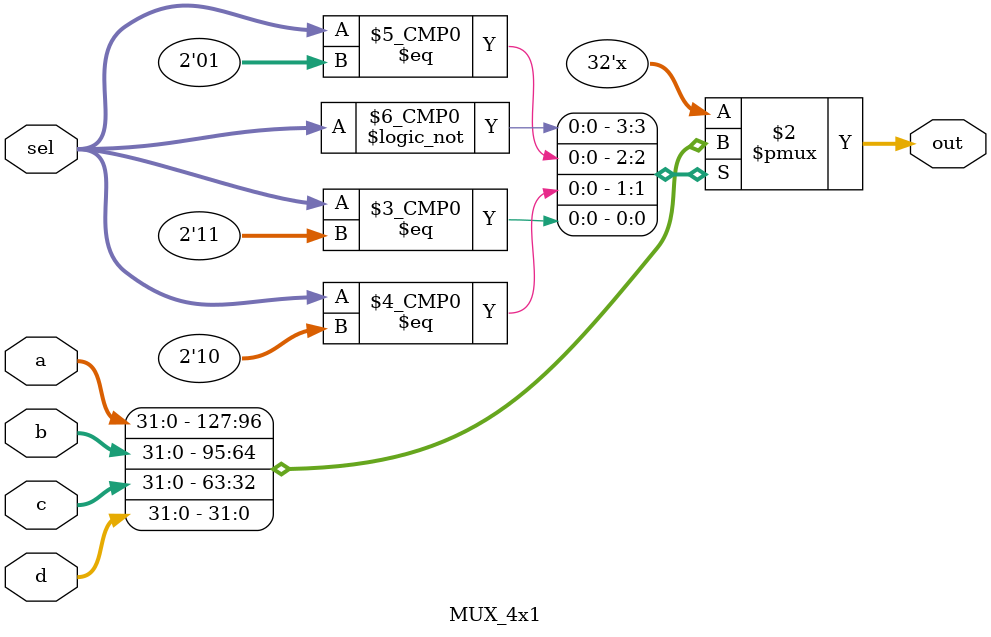
<source format=v>
`timescale 1ns / 1ps


module MUX_4x1 #(parameter N = 32) (input [N-1:0] a, input [N-1:0] b, input [N-1:0] c, input [N-1:0] d, input [1:0] sel, output reg [N-1:0] out);
always@(*) begin
  case(sel)
  2'b00: out = a;
  2'b01: out = b;
  2'b10: out = c;
  2'b11: out = d;
  endcase
end
endmodule

</source>
